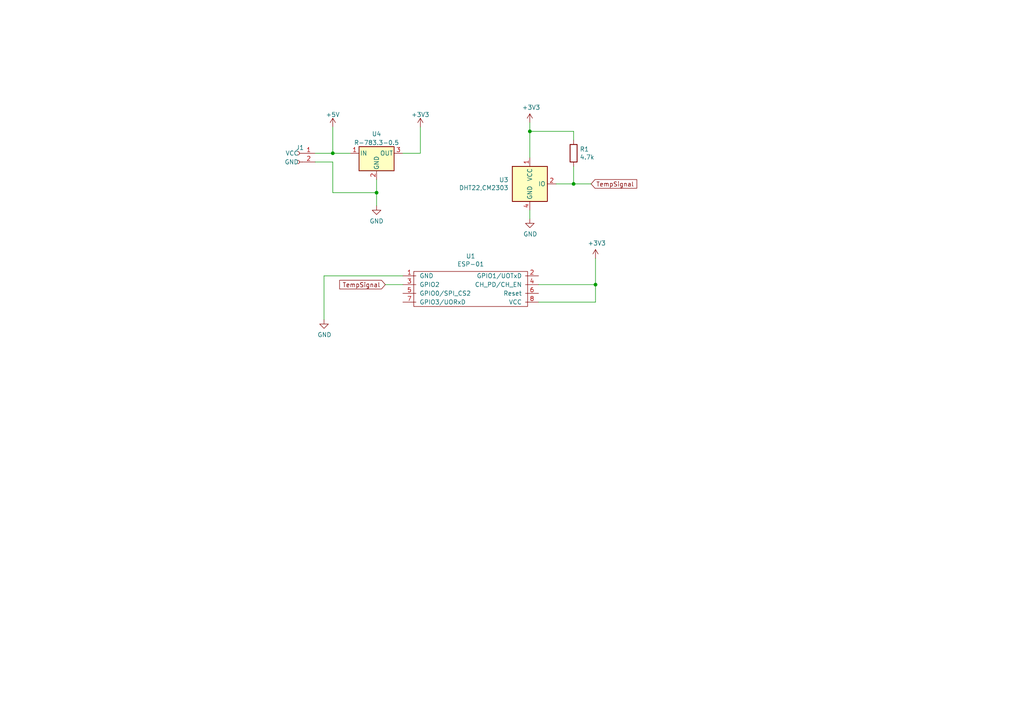
<source format=kicad_sch>
(kicad_sch (version 20211123) (generator eeschema)
  (paper "A4")
  (lib_symbols
    (symbol "Device:R" (pin_numbers hide) (pin_names (offset 0))
      (property "Reference" "R" (at 2.032 0 90))
      (property "Value" "R" (at 0 0 90))
      (symbol "R_0_1"
        (rectangle (start -1.016 -2.54) (end 1.016 2.54) (stroke (width 0.254)))
      )
      (symbol "R_1_1"
        (pin passive line (at 0 3.81 270) (length 1.27) (name "~") (number "1"))
        (pin passive line (at 0 -3.81 90) (length 1.27) (name "~") (number "2"))
      )
    )
    (symbol "My_Arduino:ESP-01" (pin_names (offset 1.016))
      (property "Reference" "U" (at 5.08 2.54 0))
      (property "Value" "ESP-01" (at 9.525 -10.16 0))
      (symbol "ESP-01_0_1"
        (polyline (pts (xy 3.175 1.27) (xy 3.175 -8.89) (xy 36.195 -8.89) (xy 36.195 1.27) (xy 3.175 1.27)))
      )
      (symbol "ESP-01_1_1"
        (pin output line (at 0 0 0) (length 3.81) (name "GND") (number "1"))
        (pin power_in line (at 39.37 0 180) (length 3.81) (name "GPIO1/UOTxD") (number "2"))
        (pin input line (at 0 -2.54 0) (length 3.81) (name "GPIO2") (number "3"))
        (pin tri_state line (at 39.37 -2.54 180) (length 3.81) (name "CH_PD/CH_EN") (number "4"))
        (pin input line (at 0 -5.08 0) (length 3.81) (name "GPIO0/SPI_CS2") (number "5"))
        (pin tri_state line (at 39.37 -5.08 180) (length 3.81) (name "Reset") (number "6"))
        (pin power_in line (at 0 -7.62 0) (length 3.81) (name "GPIO3/UORxD") (number "7"))
        (pin input line (at 39.37 -7.62 180) (length 3.81) (name "VCC") (number "8"))
      )
    )
    (symbol "My_Headers:2-pin_power_input_header" (pin_names (offset 1.016))
      (property "Reference" "J" (at 0 2.54 0))
      (symbol "2-pin_power_input_header_1_1"
        (arc (start 0 -2.032) (mid -0.508 -2.54) (end 0 -3.048) (stroke (width 0.1524)))
        (polyline (pts (xy -1.27 -2.54) (xy -0.508 -2.54)) (stroke (width 0.1524)))
        (polyline (pts (xy -1.27 0) (xy -0.508 0)) (stroke (width 0.1524)))
        (arc (start 0 0.508) (mid -0.508 0) (end 0 -0.508) (stroke (width 0.1524)))
        (pin power_out line (at -5.08 0 0) (length 3.81) (name "VCC") (number "1"))
        (pin power_out line (at -5.08 -2.54 0) (length 3.81) (name "GND") (number "2"))
      )
    )
    (symbol "My_Parts:DHT22,CM2303"
      (property "Reference" "U" (at -3.81 6.35 0))
      (property "Value" "DHT22,CM2303" (at 7.62 6.35 0))
      (symbol "DHT22,CM2303_0_1"
        (rectangle (start -5.08 5.08) (end 5.08 -5.08) (stroke (width 0.254)) (fill (type background)))
      )
      (symbol "DHT22,CM2303_1_1"
        (pin power_in line (at 0 7.62 270) (length 2.54) (name "VCC") (number "1"))
        (pin bidirectional line (at 7.62 0 180) (length 2.54) (name "IO") (number "2"))
        (pin no_connect line (at -5.08 0 0) (length 2.54) hide (name "NC") (number "3"))
        (pin power_in line (at 0 -7.62 90) (length 2.54) (name "GND") (number "4"))
      )
    )
    (symbol "Regulator_Switching:R-783.3-0.5" (pin_names (offset 0.254))
      (property "Reference" "U" (at -3.81 3.175 0))
      (property "Value" "R-783.3-0.5" (at 0 3.175 0))
      (symbol "R-783.3-0.5_0_1"
        (rectangle (start -5.08 1.905) (end 5.08 -5.08) (stroke (width 0.254)) (fill (type background)))
      )
      (symbol "R-783.3-0.5_1_1"
        (pin power_in line (at -7.62 0 0) (length 2.54) (name "IN") (number "1"))
        (pin power_in line (at 0 -7.62 90) (length 2.54) (name "GND") (number "2"))
        (pin power_out line (at 7.62 0 180) (length 2.54) (name "OUT") (number "3"))
      )
    )
    (symbol "power:+3.3V" (power) (pin_names (offset 0))
      (property "Value" "+3.3V" (at 0 3.556 0))
      (symbol "+3.3V_0_1"
        (polyline (pts (xy -0.762 1.27) (xy 0 2.54)))
        (polyline (pts (xy 0 0) (xy 0 2.54)))
        (polyline (pts (xy 0 2.54) (xy 0.762 1.27)))
      )
      (symbol "+3.3V_1_1"
        (pin power_in line (at 0 0 90) (length 0) hide (name "+3V3") (number "1"))
      )
    )
    (symbol "power:+5V" (power) (pin_names (offset 0))
      (property "Value" "+5V" (at 0 3.556 0))
      (symbol "+5V_0_1"
        (polyline (pts (xy -0.762 1.27) (xy 0 2.54)))
        (polyline (pts (xy 0 0) (xy 0 2.54)))
        (polyline (pts (xy 0 2.54) (xy 0.762 1.27)))
      )
      (symbol "+5V_1_1"
        (pin power_in line (at 0 0 90) (length 0) hide (name "+5V") (number "1"))
      )
    )
    (symbol "power:GND" (power) (pin_names (offset 0))
      (property "Value" "GND" (at 0 -3.81 0))
      (symbol "GND_0_1"
        (polyline (pts (xy 0 0) (xy 0 -1.27) (xy 1.27 -1.27) (xy 0 -2.54) (xy -1.27 -1.27) (xy 0 -1.27)))
      )
      (symbol "GND_1_1"
        (pin power_in line (at 0 0 270) (length 0) hide (name "GND") (number "1"))
      )
    )
  )
  (junction (at 109.22 55.88))
  (junction (at 172.72 82.55))
  (junction (at 166.37 53.34))
  (junction (at 96.52 44.45))
  (junction (at 153.67 38.1))
  (wire (pts (xy 156.21 87.63) (xy 172.72 87.63)))
  (wire (pts (xy 156.21 82.55) (xy 172.72 82.55)))
  (wire (pts (xy 109.22 55.88) (xy 109.22 59.69)))
  (wire (pts (xy 172.72 74.93) (xy 172.72 82.55)))
  (wire (pts (xy 116.84 44.45) (xy 121.92 44.45)))
  (wire (pts (xy 153.67 63.5) (xy 153.67 60.96)))
  (wire (pts (xy 91.44 46.99) (xy 96.52 46.99)))
  (wire (pts (xy 121.92 44.45) (xy 121.92 36.83)))
  (wire (pts (xy 93.98 80.01) (xy 116.84 80.01)))
  (wire (pts (xy 96.52 55.88) (xy 109.22 55.88)))
  (wire (pts (xy 93.98 80.01) (xy 93.98 92.71)))
  (wire (pts (xy 172.72 82.55) (xy 172.72 87.63)))
  (wire (pts (xy 96.52 46.99) (xy 96.52 55.88)))
  (wire (pts (xy 91.44 44.45) (xy 96.52 44.45)))
  (wire (pts (xy 153.67 38.1) (xy 153.67 35.56)))
  (wire (pts (xy 166.37 40.64) (xy 166.37 38.1)))
  (wire (pts (xy 171.45 53.34) (xy 166.37 53.34)))
  (wire (pts (xy 161.29 53.34) (xy 166.37 53.34)))
  (wire (pts (xy 109.22 52.07) (xy 109.22 55.88)))
  (wire (pts (xy 166.37 53.34) (xy 166.37 48.26)))
  (wire (pts (xy 116.84 82.55) (xy 111.76 82.55)))
  (wire (pts (xy 153.67 45.72) (xy 153.67 38.1)))
  (wire (pts (xy 96.52 44.45) (xy 96.52 36.83)))
  (wire (pts (xy 166.37 38.1) (xy 153.67 38.1)))
  (wire (pts (xy 101.6 44.45) (xy 96.52 44.45)))
  (global_label "TempSignal" (shape input) (at 171.45 53.34 0) (property "Intersheet References" "${INTERSHEET_REFS}" (effects hide)))
  (global_label "TempSignal" (shape input) (at 111.76 82.55 180) (property "Intersheet References" "${INTERSHEET_REFS}" (effects hide)))
  (symbol (lib_id "My_Arduino:ESP-01") (at 116.84 80.01 0) (unit 1)
    (property "Reference" "U1" (at 136.525 74.295 0))
    (property "Value" "ESP-01" (at 136.525 76.6064 0))
    (property "Footprint" "My_Arduino:ESP-01_w_pin_socket_large" (effects hide))
    (property "Datasheet" "http://l0l.org.uk/2014/12/esp8266-modules-hardware-guide-gotta-catch-em-all/" (effects hide))
  )
  (symbol (lib_id "power:+3.3V") (at 153.67 35.56 0) (unit 1)
    (property "Reference" "#PWR0103" (effects hide))
    (property "Value" "+3.3V" (at 154.051 31.1658 0))
  )
  (symbol (lib_id "power:GND") (at 153.67 63.5 0) (unit 1)
    (property "Reference" "#PWR0104" (effects hide))
    (property "Value" "GND" (at 153.797 67.8942 0))
  )
  (symbol (lib_id "Device:R") (at 166.37 44.45 0) (unit 1)
    (property "Reference" "R1" (at 168.148 43.2816 0) (effects (justify left)))
    (property "Value" "4.7k" (at 168.148 45.593 0) (effects (justify left)))
    (property "Footprint" "My_Misc:R_Axial_DIN0207_L6.3mm_D2.5mm_P10.16mm_Horizontal_larger_pads" (effects hide))
  )
  (symbol (lib_id "power:GND") (at 93.98 92.71 0) (unit 1)
    (property "Reference" "#PWR0105" (effects hide))
    (property "Value" "GND" (at 94.107 97.1042 0))
  )
  (symbol (lib_id "power:+3.3V") (at 172.72 74.93 0) (unit 1)
    (property "Reference" "#PWR0106" (effects hide))
    (property "Value" "+3.3V" (at 173.101 70.5358 0))
  )
  (symbol (lib_id "My_Parts:DHT22,CM2303") (at 153.67 53.34 0) (unit 1)
    (property "Reference" "U3" (at 147.4978 52.1716 0) (effects (justify right)))
    (property "Value" "DHT22,CM2303" (at 147.4978 54.483 0) (effects (justify right)))
    (property "Footprint" "My_Parts:DHT22,RHT03,CM2303_100mil_large" (effects hide))
    (property "Datasheet" "http://akizukidenshi.com/download/ds/aosong/DHT11.pdf" (effects hide))
  )
  (symbol (lib_id "power:+3.3V") (at 121.92 36.83 0) (unit 1)
    (property "Reference" "#PWR0107" (effects hide))
    (property "Value" "+3.3V" (at 121.92 33.2542 0))
  )
  (symbol (lib_id "power:+5V") (at 96.52 36.83 0) (unit 1)
    (property "Reference" "#PWR0108" (effects hide))
    (property "Value" "+5V" (at 96.52 33.2542 0))
  )
  (symbol (lib_id "power:GND") (at 109.22 59.69 0) (unit 1)
    (property "Reference" "#PWR0109" (effects hide))
    (property "Value" "GND" (at 109.22 64.1334 0))
  )
  (symbol (lib_id "Regulator_Switching:R-783.3-0.5") (at 109.22 44.45 0) (unit 1)
    (property "Reference" "U4" (at 109.22 38.8452 0))
    (property "Value" "R-783.3-0.5" (at 109.22 41.3821 0))
    (property "Footprint" "Converter_DCDC:Converter_DCDC_RECOM_R-78E-0.5_THT" (effects hide))
    (property "Datasheet" "https://www.recom-power.com/pdf/Innoline/R-78xx-0.5.pdf" (effects hide))
  )
  (symbol (lib_id "My_Headers:2-pin_power_input_header") (at 86.36 44.45 0) (mirror y) (unit 1)
    (property "Reference" "J1" (at 86.995 42.83 0))
    (property "Value" "2-pin_power_input_header" (effects hide))
    (property "Footprint" "My_Headers:2-pin Power Input Header angled large" (effects hide))
  )
)
</source>
